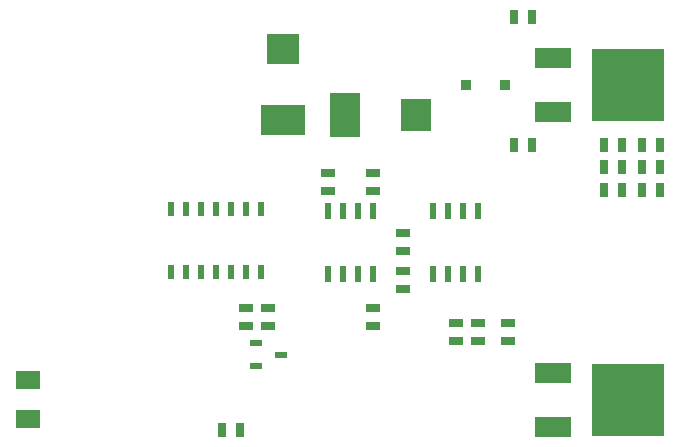
<source format=gtp>
G04 (created by PCBNEW (2013-may-18)-stable) date Thu 01 May 2014 09:06:19 PM CEST*
%MOIN*%
G04 Gerber Fmt 3.4, Leading zero omitted, Abs format*
%FSLAX34Y34*%
G01*
G70*
G90*
G04 APERTURE LIST*
%ADD10C,0.00590551*%
%ADD11R,0.0394X0.0236*%
%ADD12R,0.0335X0.0335*%
%ADD13R,0.0236X0.0551*%
%ADD14R,0.08X0.06*%
%ADD15R,0.025X0.045*%
%ADD16R,0.045X0.025*%
%ADD17R,0.12X0.065*%
%ADD18R,0.24X0.24*%
%ADD19R,0.1004X0.1063*%
%ADD20R,0.1004X0.1496*%
%ADD21R,0.1063X0.1004*%
%ADD22R,0.1496X0.1004*%
%ADD23R,0.02X0.045*%
G04 APERTURE END LIST*
G54D10*
G54D11*
X62084Y-30125D03*
X62916Y-30500D03*
X62084Y-30875D03*
G54D12*
X70409Y-21500D03*
X69091Y-21500D03*
G54D13*
X69500Y-27800D03*
X69500Y-25700D03*
X69000Y-27800D03*
X68500Y-27800D03*
X68000Y-27800D03*
X69000Y-25700D03*
X68500Y-25700D03*
X68000Y-25700D03*
X66000Y-27800D03*
X66000Y-25700D03*
X65500Y-27800D03*
X65000Y-27800D03*
X64500Y-27800D03*
X65500Y-25700D03*
X65000Y-25700D03*
X64500Y-25700D03*
G54D14*
X54500Y-31350D03*
X54500Y-32650D03*
G54D15*
X74950Y-25000D03*
X75550Y-25000D03*
G54D16*
X68750Y-29450D03*
X68750Y-30050D03*
X66000Y-28950D03*
X66000Y-29550D03*
X70500Y-29450D03*
X70500Y-30050D03*
G54D15*
X73700Y-25000D03*
X74300Y-25000D03*
G54D16*
X66000Y-24450D03*
X66000Y-25050D03*
X62500Y-28950D03*
X62500Y-29550D03*
X67000Y-26450D03*
X67000Y-27050D03*
X67000Y-27700D03*
X67000Y-28300D03*
X69500Y-29450D03*
X69500Y-30050D03*
G54D15*
X60950Y-33000D03*
X61550Y-33000D03*
G54D16*
X61750Y-28950D03*
X61750Y-29550D03*
G54D15*
X71300Y-19250D03*
X70700Y-19250D03*
G54D16*
X64500Y-24450D03*
X64500Y-25050D03*
G54D15*
X74950Y-24250D03*
X75550Y-24250D03*
X73700Y-24250D03*
X74300Y-24250D03*
X74950Y-23500D03*
X75550Y-23500D03*
X73700Y-23500D03*
X74300Y-23500D03*
X71300Y-23500D03*
X70700Y-23500D03*
G54D17*
X72000Y-20600D03*
G54D18*
X74500Y-21500D03*
G54D17*
X72000Y-22400D03*
G54D19*
X67431Y-22500D03*
G54D20*
X65069Y-22500D03*
G54D21*
X63000Y-20319D03*
G54D22*
X63000Y-22681D03*
G54D23*
X62250Y-25650D03*
X61750Y-25650D03*
X61250Y-25650D03*
X60750Y-25650D03*
X60250Y-25650D03*
X59750Y-25650D03*
X59250Y-25650D03*
X59250Y-27750D03*
X59750Y-27750D03*
X60250Y-27750D03*
X60750Y-27750D03*
X61250Y-27750D03*
X61750Y-27750D03*
X62250Y-27750D03*
G54D17*
X72000Y-31100D03*
G54D18*
X74500Y-32000D03*
G54D17*
X72000Y-32900D03*
M02*

</source>
